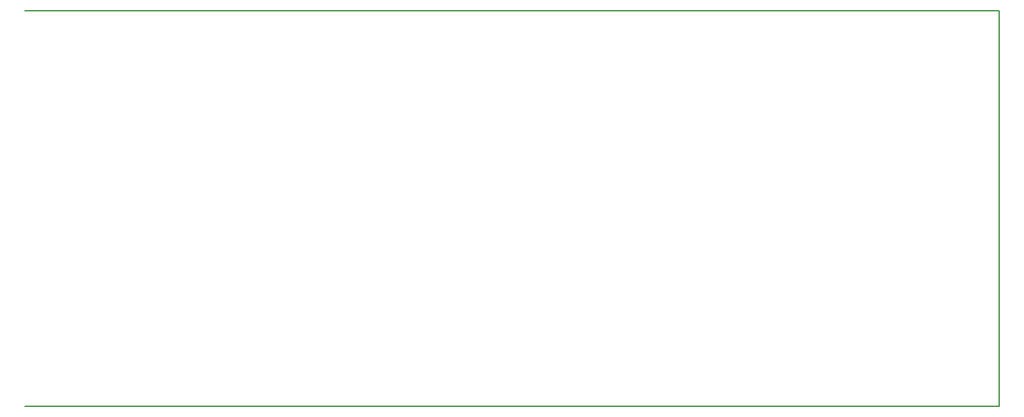
<source format=gm1>
G04 #@! TF.FileFunction,Profile,NP*
%FSLAX46Y46*%
G04 Gerber Fmt 4.6, Leading zero omitted, Abs format (unit mm)*
G04 Created by KiCad (PCBNEW 4.0.6) date 08/04/17 18:38:55*
%MOMM*%
%LPD*%
G01*
G04 APERTURE LIST*
%ADD10C,0.150000*%
G04 APERTURE END LIST*
D10*
X122999500Y-49999900D02*
X0Y-49999900D01*
X122999500Y0D02*
X122999500Y-49999900D01*
X0Y0D02*
X122999500Y0D01*
M02*

</source>
